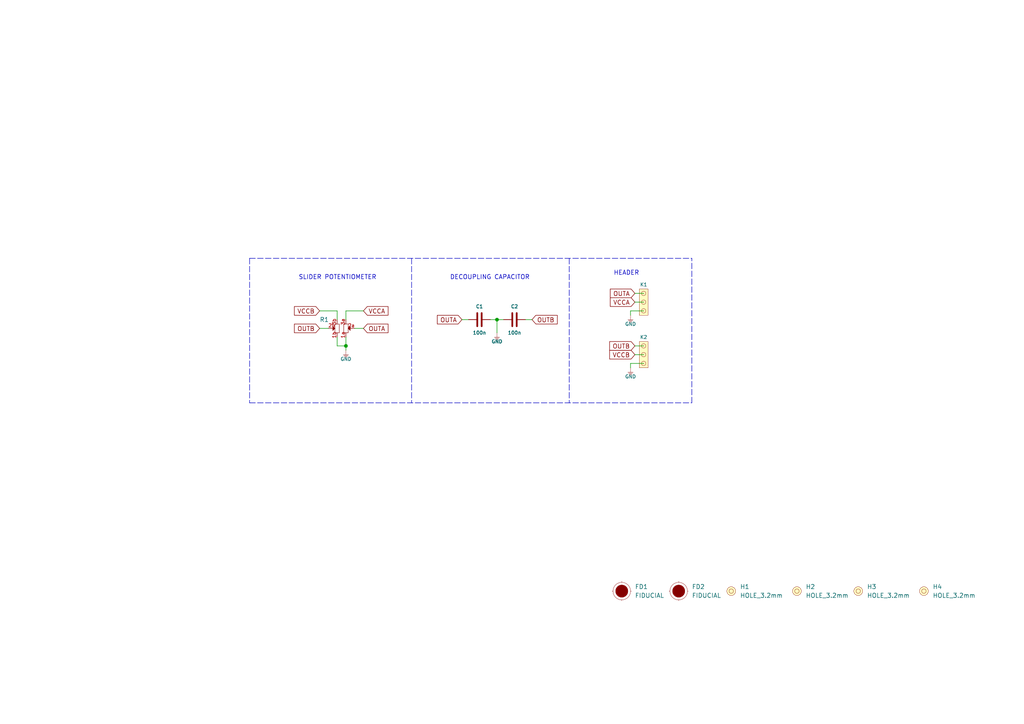
<source format=kicad_sch>
(kicad_sch (version 20211123) (generator eeschema)

  (uuid 527676fd-3c2f-4343-9726-3d90889fd15b)

  (paper "A4")

  (title_block
    (title "Slider potentiometer breakout")
    (date "2021-09-29")
    (rev "V1.1.1.")
    (company "SOLDERED")
    (comment 1 "333130")
  )

  (lib_symbols
    (symbol "e-radionica.com schematics:0603C" (pin_numbers hide) (pin_names (offset 0.002)) (in_bom yes) (on_board yes)
      (property "Reference" "C" (id 0) (at -0.635 3.175 0)
        (effects (font (size 1 1)))
      )
      (property "Value" "0603C" (id 1) (at 0 -3.175 0)
        (effects (font (size 1 1)))
      )
      (property "Footprint" "e-radionica.com footprinti:0603C" (id 2) (at 0 0 0)
        (effects (font (size 1 1)) hide)
      )
      (property "Datasheet" "" (id 3) (at 0 0 0)
        (effects (font (size 1 1)) hide)
      )
      (symbol "0603C_0_1"
        (polyline
          (pts
            (xy -0.635 1.905)
            (xy -0.635 -1.905)
          )
          (stroke (width 0.5) (type default) (color 0 0 0 0))
          (fill (type none))
        )
        (polyline
          (pts
            (xy 0.635 1.905)
            (xy 0.635 -1.905)
          )
          (stroke (width 0.5) (type default) (color 0 0 0 0))
          (fill (type none))
        )
      )
      (symbol "0603C_1_1"
        (pin passive line (at -3.175 0 0) (length 2.54)
          (name "~" (effects (font (size 1.27 1.27))))
          (number "1" (effects (font (size 1.27 1.27))))
        )
        (pin passive line (at 3.175 0 180) (length 2.54)
          (name "~" (effects (font (size 1.27 1.27))))
          (number "2" (effects (font (size 1.27 1.27))))
        )
      )
    )
    (symbol "e-radionica.com schematics:FIDUCIAL" (in_bom no) (on_board yes)
      (property "Reference" "FD" (id 0) (at 0 3.81 0)
        (effects (font (size 1.27 1.27)))
      )
      (property "Value" "FIDUCIAL" (id 1) (at 0 -3.81 0)
        (effects (font (size 1.27 1.27)))
      )
      (property "Footprint" "e-radionica.com footprinti:FIDUCIAL_23" (id 2) (at 0.254 -5.334 0)
        (effects (font (size 1.27 1.27)) hide)
      )
      (property "Datasheet" "" (id 3) (at 0 0 0)
        (effects (font (size 1.27 1.27)) hide)
      )
      (symbol "FIDUCIAL_0_1"
        (polyline
          (pts
            (xy -2.54 0)
            (xy -2.794 0)
          )
          (stroke (width 0.0006) (type default) (color 0 0 0 0))
          (fill (type none))
        )
        (polyline
          (pts
            (xy 0 -2.54)
            (xy 0 -2.794)
          )
          (stroke (width 0.0006) (type default) (color 0 0 0 0))
          (fill (type none))
        )
        (polyline
          (pts
            (xy 0 2.54)
            (xy 0 2.794)
          )
          (stroke (width 0.0006) (type default) (color 0 0 0 0))
          (fill (type none))
        )
        (polyline
          (pts
            (xy 2.54 0)
            (xy 2.794 0)
          )
          (stroke (width 0.0006) (type default) (color 0 0 0 0))
          (fill (type none))
        )
        (circle (center 0 0) (radius 1.7961)
          (stroke (width 0.001) (type default) (color 0 0 0 0))
          (fill (type outline))
        )
        (circle (center 0 0) (radius 2.54)
          (stroke (width 0.0006) (type default) (color 0 0 0 0))
          (fill (type none))
        )
      )
    )
    (symbol "e-radionica.com schematics:GND" (power) (pin_names (offset 0)) (in_bom yes) (on_board yes)
      (property "Reference" "#PWR" (id 0) (at 4.445 0 0)
        (effects (font (size 1 1)) hide)
      )
      (property "Value" "GND" (id 1) (at 0 -2.921 0)
        (effects (font (size 1 1)))
      )
      (property "Footprint" "" (id 2) (at 4.445 3.81 0)
        (effects (font (size 1 1)) hide)
      )
      (property "Datasheet" "" (id 3) (at 4.445 3.81 0)
        (effects (font (size 1 1)) hide)
      )
      (property "ki_keywords" "power-flag" (id 4) (at 0 0 0)
        (effects (font (size 1.27 1.27)) hide)
      )
      (property "ki_description" "Power symbol creates a global label with name \"+3V3\"" (id 5) (at 0 0 0)
        (effects (font (size 1.27 1.27)) hide)
      )
      (symbol "GND_0_1"
        (polyline
          (pts
            (xy -0.762 -1.27)
            (xy 0.762 -1.27)
          )
          (stroke (width 0.0006) (type default) (color 0 0 0 0))
          (fill (type none))
        )
        (polyline
          (pts
            (xy -0.635 -1.524)
            (xy 0.635 -1.524)
          )
          (stroke (width 0.0006) (type default) (color 0 0 0 0))
          (fill (type none))
        )
        (polyline
          (pts
            (xy -0.381 -1.778)
            (xy 0.381 -1.778)
          )
          (stroke (width 0.0006) (type default) (color 0 0 0 0))
          (fill (type none))
        )
        (polyline
          (pts
            (xy -0.127 -2.032)
            (xy 0.127 -2.032)
          )
          (stroke (width 0.0006) (type default) (color 0 0 0 0))
          (fill (type none))
        )
        (polyline
          (pts
            (xy 0 0)
            (xy 0 -1.27)
          )
          (stroke (width 0.0006) (type default) (color 0 0 0 0))
          (fill (type none))
        )
      )
      (symbol "GND_1_1"
        (pin power_in line (at 0 0 270) (length 0) hide
          (name "GND" (effects (font (size 1.27 1.27))))
          (number "1" (effects (font (size 1.27 1.27))))
        )
      )
    )
    (symbol "e-radionica.com schematics:HEADER_MALE_3X1" (pin_numbers hide) (pin_names hide) (in_bom yes) (on_board yes)
      (property "Reference" "K" (id 0) (at -0.635 5.08 0)
        (effects (font (size 1 1)))
      )
      (property "Value" "HEADER_MALE_3X1" (id 1) (at 0 -5.08 0)
        (effects (font (size 1 1)))
      )
      (property "Footprint" "e-radionica.com footprinti:HEADER_MALE_3X1" (id 2) (at 0 -7.62 0)
        (effects (font (size 1 1)) hide)
      )
      (property "Datasheet" "" (id 3) (at 0 -2.54 0)
        (effects (font (size 1 1)) hide)
      )
      (symbol "HEADER_MALE_3X1_0_1"
        (circle (center 0 -2.54) (radius 0.635)
          (stroke (width 0.0006) (type default) (color 0 0 0 0))
          (fill (type none))
        )
        (circle (center 0 0) (radius 0.635)
          (stroke (width 0.0006) (type default) (color 0 0 0 0))
          (fill (type none))
        )
        (circle (center 0 2.54) (radius 0.635)
          (stroke (width 0.0006) (type default) (color 0 0 0 0))
          (fill (type none))
        )
        (rectangle (start 1.27 -3.81) (end -1.27 3.81)
          (stroke (width 0.001) (type default) (color 0 0 0 0))
          (fill (type background))
        )
      )
      (symbol "HEADER_MALE_3X1_1_1"
        (pin passive line (at 0 -2.54 180) (length 0)
          (name "~" (effects (font (size 1 1))))
          (number "1" (effects (font (size 1 1))))
        )
        (pin passive line (at 0 0 180) (length 0)
          (name "~" (effects (font (size 1 1))))
          (number "2" (effects (font (size 1 1))))
        )
        (pin passive line (at 0 2.54 180) (length 0)
          (name "~" (effects (font (size 1 1))))
          (number "3" (effects (font (size 1 1))))
        )
      )
    )
    (symbol "e-radionica.com schematics:HOLE_3.2mm" (pin_numbers hide) (pin_names hide) (in_bom yes) (on_board yes)
      (property "Reference" "H" (id 0) (at 0 2.54 0)
        (effects (font (size 1.27 1.27)))
      )
      (property "Value" "HOLE_3.2mm" (id 1) (at 0 -2.54 0)
        (effects (font (size 1.27 1.27)))
      )
      (property "Footprint" "e-radionica.com footprinti:HOLE_3.2mm" (id 2) (at 0 0 0)
        (effects (font (size 1.27 1.27)) hide)
      )
      (property "Datasheet" "" (id 3) (at 0 0 0)
        (effects (font (size 1.27 1.27)) hide)
      )
      (symbol "HOLE_3.2mm_0_1"
        (circle (center 0 0) (radius 0.635)
          (stroke (width 0.0006) (type default) (color 0 0 0 0))
          (fill (type none))
        )
        (circle (center 0 0) (radius 1.27)
          (stroke (width 0.001) (type default) (color 0 0 0 0))
          (fill (type background))
        )
      )
    )
    (symbol "e-radionica.com schematics:SLIDER_POT" (in_bom yes) (on_board yes)
      (property "Reference" "R" (id 0) (at 0 15.24 0)
        (effects (font (size 1.27 1.27)))
      )
      (property "Value" "SLIDER_POT" (id 1) (at -6.35 -5.08 0)
        (effects (font (size 1.27 1.27)))
      )
      (property "Footprint" "e-radionica.com footprinti:SLIDER_POT" (id 2) (at 0 -1.27 0)
        (effects (font (size 1.27 1.27)) hide)
      )
      (property "Datasheet" "" (id 3) (at 0 -1.27 0)
        (effects (font (size 1.27 1.27)) hide)
      )
      (symbol "SLIDER_POT_0_1"
        (rectangle (start -1.27 -1.905) (end 1.27 -1.9304)
          (stroke (width 0.1) (type default) (color 0 0 0 0))
          (fill (type none))
        )
        (rectangle (start -1.27 -0.635) (end -1.2446 -1.905)
          (stroke (width 0.1) (type default) (color 0 0 0 0))
          (fill (type none))
        )
        (rectangle (start -1.27 -0.635) (end 1.27 -0.6604)
          (stroke (width 0.1) (type default) (color 0 0 0 0))
          (fill (type none))
        )
        (rectangle (start -1.27 0.635) (end -1.2954 1.905)
          (stroke (width 0.1) (type default) (color 0 0 0 0))
          (fill (type none))
        )
        (polyline
          (pts
            (xy 0 -1.905)
            (xy -0.635 -2.54)
            (xy 0.635 -2.54)
            (xy 0 -1.905)
          )
          (stroke (width 0.1) (type default) (color 0 0 0 0))
          (fill (type outline))
        )
        (polyline
          (pts
            (xy 0 1.905)
            (xy 0.635 2.54)
            (xy -0.635 2.54)
            (xy 0 1.905)
          )
          (stroke (width 0.1) (type default) (color 0 0 0 0))
          (fill (type outline))
        )
        (rectangle (start 1.27 -0.635) (end 1.2954 -1.905)
          (stroke (width 0.1) (type default) (color 0 0 0 0))
          (fill (type none))
        )
        (rectangle (start 1.27 0.635) (end -1.27 0.6604)
          (stroke (width 0.1) (type default) (color 0 0 0 0))
          (fill (type none))
        )
        (rectangle (start 1.27 0.635) (end 1.2446 1.905)
          (stroke (width 0.1) (type default) (color 0 0 0 0))
          (fill (type none))
        )
        (rectangle (start 1.27 1.905) (end -1.27 1.9304)
          (stroke (width 0.1) (type default) (color 0 0 0 0))
          (fill (type none))
        )
      )
      (symbol "SLIDER_POT_1_1"
        (pin passive line (at -2.54 -1.27 0) (length 1.27)
          (name "~" (effects (font (size 1.27 1.27))))
          (number "1a" (effects (font (size 1 1))))
        )
        (pin passive line (at -2.54 1.27 0) (length 1.27)
          (name "~" (effects (font (size 1.27 1.27))))
          (number "1b" (effects (font (size 1 1))))
        )
        (pin passive line (at 0 -3.81 90) (length 1.91)
          (name "~" (effects (font (size 1.27 1.27))))
          (number "2a" (effects (font (size 1 1))))
        )
        (pin passive line (at 0 3.81 270) (length 1.91)
          (name "~" (effects (font (size 1.27 1.27))))
          (number "2b" (effects (font (size 1 1))))
        )
        (pin passive line (at 2.54 -1.27 180) (length 1.27)
          (name "~" (effects (font (size 1.27 1.27))))
          (number "3a" (effects (font (size 1 1))))
        )
        (pin passive line (at 2.54 1.27 180) (length 1.27)
          (name "~" (effects (font (size 1.27 1.27))))
          (number "3b" (effects (font (size 1 1))))
        )
      )
    )
  )

  (junction (at 100.33 100.33) (diameter 0.9144) (color 0 0 0 0)
    (uuid 3cd1bda0-18db-417d-b581-a0c50623df68)
  )
  (junction (at 144.145 92.71) (diameter 0.9144) (color 0 0 0 0)
    (uuid d57dcfee-5058-4fc2-a68b-05f9a48f685b)
  )

  (polyline (pts (xy 119.38 74.93) (xy 119.38 116.84))
    (stroke (width 0) (type dash) (color 0 0 0 0))
    (uuid 1d9e86a8-821c-4cdf-af2b-a7ee67ec0d09)
  )

  (wire (pts (xy 102.87 95.25) (xy 105.41 95.25))
    (stroke (width 0) (type solid) (color 0 0 0 0))
    (uuid 1ed4ba86-9ece-4d27-8287-d4766eabebd4)
  )
  (wire (pts (xy 97.79 97.79) (xy 97.79 100.33))
    (stroke (width 0) (type solid) (color 0 0 0 0))
    (uuid 295740fa-3a14-419d-94e0-ed50f5b097fb)
  )
  (wire (pts (xy 97.79 100.33) (xy 100.33 100.33))
    (stroke (width 0) (type solid) (color 0 0 0 0))
    (uuid 295740fa-3a14-419d-94e0-ed50f5b097fc)
  )
  (wire (pts (xy 144.145 92.71) (xy 146.05 92.71))
    (stroke (width 0) (type solid) (color 0 0 0 0))
    (uuid 356d3a15-c4be-451b-81f4-84449685d6cc)
  )
  (wire (pts (xy 92.71 95.25) (xy 95.25 95.25))
    (stroke (width 0) (type solid) (color 0 0 0 0))
    (uuid 4b510ff7-71cb-481e-a401-0e3888196f7f)
  )
  (polyline (pts (xy 165.1 74.93) (xy 165.1 116.84))
    (stroke (width 0) (type dash) (color 0 0 0 0))
    (uuid 4e159c07-4c5c-4516-991c-397794a39dea)
  )

  (wire (pts (xy 152.4 92.71) (xy 154.305 92.71))
    (stroke (width 0) (type solid) (color 0 0 0 0))
    (uuid 5723acfb-27b3-4f0d-a767-eb0f1944e165)
  )
  (polyline (pts (xy 72.39 74.93) (xy 72.39 116.84))
    (stroke (width 0) (type dash) (color 0 0 0 0))
    (uuid 7f6b76cd-ecb2-4dca-b4c2-6f97c3fe7542)
  )
  (polyline (pts (xy 72.39 74.93) (xy 200.66 74.93))
    (stroke (width 0) (type dash) (color 0 0 0 0))
    (uuid 7f6b76cd-ecb2-4dca-b4c2-6f97c3fe7543)
  )
  (polyline (pts (xy 72.39 116.84) (xy 200.66 116.84))
    (stroke (width 0) (type dash) (color 0 0 0 0))
    (uuid 7f6b76cd-ecb2-4dca-b4c2-6f97c3fe7544)
  )
  (polyline (pts (xy 200.66 116.84) (xy 200.66 74.93))
    (stroke (width 0) (type dash) (color 0 0 0 0))
    (uuid 7f6b76cd-ecb2-4dca-b4c2-6f97c3fe7545)
  )

  (wire (pts (xy 184.15 85.09) (xy 186.69 85.09))
    (stroke (width 0) (type solid) (color 0 0 0 0))
    (uuid 86c2cd41-d1f4-45e3-8727-10fee485a66d)
  )
  (wire (pts (xy 184.15 102.87) (xy 186.69 102.87))
    (stroke (width 0) (type solid) (color 0 0 0 0))
    (uuid 98448ff8-d774-4a3a-a8df-0cdd7d1e2829)
  )
  (wire (pts (xy 182.88 105.41) (xy 182.88 106.68))
    (stroke (width 0) (type solid) (color 0 0 0 0))
    (uuid 989b9d96-fae7-4e6f-8465-2ef90b34259d)
  )
  (wire (pts (xy 186.69 105.41) (xy 182.88 105.41))
    (stroke (width 0) (type solid) (color 0 0 0 0))
    (uuid 989b9d96-fae7-4e6f-8465-2ef90b34259e)
  )
  (wire (pts (xy 100.33 97.79) (xy 100.33 100.33))
    (stroke (width 0) (type solid) (color 0 0 0 0))
    (uuid 998c3918-09a1-4943-9ebb-600f2575ca41)
  )
  (wire (pts (xy 100.33 100.33) (xy 100.33 101.6))
    (stroke (width 0) (type solid) (color 0 0 0 0))
    (uuid 998c3918-09a1-4943-9ebb-600f2575ca42)
  )
  (wire (pts (xy 184.15 100.33) (xy 186.69 100.33))
    (stroke (width 0) (type solid) (color 0 0 0 0))
    (uuid a33f1b09-a631-4b1b-a738-b98e6305abf4)
  )
  (wire (pts (xy 184.15 87.63) (xy 186.69 87.63))
    (stroke (width 0) (type solid) (color 0 0 0 0))
    (uuid b5a93532-77e7-47bd-8a92-0ace11eb0e79)
  )
  (wire (pts (xy 142.24 92.71) (xy 144.145 92.71))
    (stroke (width 0) (type solid) (color 0 0 0 0))
    (uuid bcaffc06-a973-4a5a-a7a6-93238d6897cc)
  )
  (wire (pts (xy 144.145 92.71) (xy 144.145 96.52))
    (stroke (width 0) (type solid) (color 0 0 0 0))
    (uuid bcaffc06-a973-4a5a-a7a6-93238d6897cd)
  )
  (wire (pts (xy 133.985 92.71) (xy 135.89 92.71))
    (stroke (width 0) (type solid) (color 0 0 0 0))
    (uuid c25a10a2-afc4-49b4-8f51-979864cb5a9c)
  )
  (wire (pts (xy 92.71 90.17) (xy 97.79 90.17))
    (stroke (width 0) (type solid) (color 0 0 0 0))
    (uuid db5b6c48-0dd4-4b1a-b321-df0796895e25)
  )
  (wire (pts (xy 97.79 90.17) (xy 97.79 92.71))
    (stroke (width 0) (type solid) (color 0 0 0 0))
    (uuid db5b6c48-0dd4-4b1a-b321-df0796895e26)
  )
  (wire (pts (xy 100.33 90.17) (xy 100.33 92.71))
    (stroke (width 0) (type solid) (color 0 0 0 0))
    (uuid f1451f21-f3d3-4080-afef-99a56c1f9eed)
  )
  (wire (pts (xy 105.41 90.17) (xy 100.33 90.17))
    (stroke (width 0) (type solid) (color 0 0 0 0))
    (uuid f1451f21-f3d3-4080-afef-99a56c1f9eee)
  )
  (wire (pts (xy 182.88 90.17) (xy 182.88 91.44))
    (stroke (width 0) (type solid) (color 0 0 0 0))
    (uuid f50a6d99-a7ba-4da6-8725-3fbbdd2f9b3d)
  )
  (wire (pts (xy 186.69 90.17) (xy 182.88 90.17))
    (stroke (width 0) (type solid) (color 0 0 0 0))
    (uuid f50a6d99-a7ba-4da6-8725-3fbbdd2f9b3e)
  )

  (text "DECOUPLING CAPACITOR" (at 153.67 81.28 180)
    (effects (font (size 1.27 1.27)) (justify right bottom))
    (uuid 77fe50d0-23e0-4a9a-b9b1-ef7c1615a73b)
  )
  (text "HEADER" (at 185.42 80.01 180)
    (effects (font (size 1.27 1.27)) (justify right bottom))
    (uuid 781fee8d-da02-4db9-85e8-7cf83f3fc4bf)
  )
  (text "SLIDER POTENTIOMETER" (at 109.22 81.28 180)
    (effects (font (size 1.27 1.27)) (justify right bottom))
    (uuid e86672f8-bb9d-49d9-878a-a9c17a5624eb)
  )

  (global_label "VCCA" (shape input) (at 184.15 87.63 180)
    (effects (font (size 1.27 1.27)) (justify right))
    (uuid 0daf585d-6302-41eb-b9df-9b642ed5b69e)
    (property "Intersheet References" "${INTERSHEET_REFS}" (id 0) (at 175.4958 87.7094 0)
      (effects (font (size 1.27 1.27)) (justify right) hide)
    )
  )
  (global_label "OUTB" (shape input) (at 92.71 95.25 180)
    (effects (font (size 1.27 1.27)) (justify right))
    (uuid 48d8fd05-a293-4463-b8b6-e4155edfae34)
    (property "Intersheet References" "${INTERSHEET_REFS}" (id 0) (at 83.8743 95.1706 0)
      (effects (font (size 1.27 1.27)) (justify right) hide)
    )
  )
  (global_label "VCCB" (shape input) (at 184.15 102.87 180)
    (effects (font (size 1.27 1.27)) (justify right))
    (uuid 5a7404bd-3818-484f-b03a-e4bbb2bb9da9)
    (property "Intersheet References" "${INTERSHEET_REFS}" (id 0) (at 175.3143 102.7906 0)
      (effects (font (size 1.27 1.27)) (justify right) hide)
    )
  )
  (global_label "VCCA" (shape input) (at 105.41 90.17 0)
    (effects (font (size 1.27 1.27)) (justify left))
    (uuid 5bb4bc90-921e-4aed-b647-e3fc4d5d5a8d)
    (property "Intersheet References" "${INTERSHEET_REFS}" (id 0) (at 114.0642 90.0906 0)
      (effects (font (size 1.27 1.27)) (justify left) hide)
    )
  )
  (global_label "OUTA" (shape input) (at 184.15 85.09 180)
    (effects (font (size 1.27 1.27)) (justify right))
    (uuid 754f917a-22d6-493b-af1f-f997bb2b6389)
    (property "Intersheet References" "${INTERSHEET_REFS}" (id 0) (at 175.4958 85.1694 0)
      (effects (font (size 1.27 1.27)) (justify right) hide)
    )
  )
  (global_label "VCCB" (shape input) (at 92.71 90.17 180)
    (effects (font (size 1.27 1.27)) (justify right))
    (uuid a8d99bda-9493-44ce-a23d-3e696f55cd9f)
    (property "Intersheet References" "${INTERSHEET_REFS}" (id 0) (at 83.8743 90.0906 0)
      (effects (font (size 1.27 1.27)) (justify right) hide)
    )
  )
  (global_label "OUTB" (shape input) (at 184.15 100.33 180)
    (effects (font (size 1.27 1.27)) (justify right))
    (uuid bc7edf93-7fa7-4f5b-beb5-c769acbea5c3)
    (property "Intersheet References" "${INTERSHEET_REFS}" (id 0) (at 175.3143 100.2506 0)
      (effects (font (size 1.27 1.27)) (justify right) hide)
    )
  )
  (global_label "OUTA" (shape input) (at 105.41 95.25 0)
    (effects (font (size 1.27 1.27)) (justify left))
    (uuid bf098a36-b56f-4aae-8b40-3bb803ca772e)
    (property "Intersheet References" "${INTERSHEET_REFS}" (id 0) (at 114.0642 95.1706 0)
      (effects (font (size 1.27 1.27)) (justify left) hide)
    )
  )
  (global_label "OUTB" (shape input) (at 154.305 92.71 0)
    (effects (font (size 1.27 1.27)) (justify left))
    (uuid e7340fc8-9cfc-4e76-822b-67daaec8e2e1)
    (property "Intersheet References" "${INTERSHEET_REFS}" (id 0) (at 163.1407 92.7894 0)
      (effects (font (size 1.27 1.27)) (justify left) hide)
    )
  )
  (global_label "OUTA" (shape input) (at 133.985 92.71 180)
    (effects (font (size 1.27 1.27)) (justify right))
    (uuid f90ce0e2-aa94-40b8-b85a-269432acf4d1)
    (property "Intersheet References" "${INTERSHEET_REFS}" (id 0) (at 125.3308 92.7894 0)
      (effects (font (size 1.27 1.27)) (justify right) hide)
    )
  )

  (symbol (lib_id "e-radionica.com schematics:SLIDER_POT") (at 99.06 95.25 90) (unit 1)
    (in_bom yes) (on_board yes)
    (uuid 0adf435c-972e-4e76-8e12-caa0f14f91fb)
    (property "Reference" "R1" (id 0) (at 92.71 92.71 90)
      (effects (font (size 1.27 1.27)) (justify right))
    )
    (property "Value" "SLIDER_POT" (id 1) (at 93.98 100.33 90)
      (effects (font (size 1.27 1.27)) (justify right) hide)
    )
    (property "Footprint" "e-radionica.com footprinti:SLIDER_POT" (id 2) (at 100.33 95.25 0)
      (effects (font (size 1.27 1.27)) hide)
    )
    (property "Datasheet" "" (id 3) (at 100.33 95.25 0)
      (effects (font (size 1.27 1.27)) hide)
    )
    (pin "1a" (uuid 252a4dd3-b5cc-4fae-9229-0b8479992b6c))
    (pin "1b" (uuid 04416edd-c787-4300-90c5-a49413524eff))
    (pin "2a" (uuid 8b91b5f3-4b52-44f8-a969-bdb1f37265bd))
    (pin "2b" (uuid 4b82b447-3346-41f7-8dd4-c14236a0b5bd))
    (pin "3a" (uuid dc9a2f87-28ae-4d35-8077-046572362fd6))
    (pin "3b" (uuid e0b886a2-2b4d-46e0-89de-817cb26246c4))
  )

  (symbol (lib_id "e-radionica.com schematics:HEADER_MALE_3X1") (at 186.69 87.63 0) (unit 1)
    (in_bom yes) (on_board yes)
    (uuid 0d4a9c2d-161b-4c06-ad87-3ac065e36d0a)
    (property "Reference" "K1" (id 0) (at 186.69 82.55 0)
      (effects (font (size 1 1)))
    )
    (property "Value" "HEADER_MALE_3X1" (id 1) (at 186.69 92.71 0)
      (effects (font (size 1 1)) hide)
    )
    (property "Footprint" "e-radionica.com footprinti:HEADER_MALE_3X1" (id 2) (at 186.69 95.25 0)
      (effects (font (size 1 1)) hide)
    )
    (property "Datasheet" "" (id 3) (at 186.69 90.17 0)
      (effects (font (size 1 1)) hide)
    )
    (pin "1" (uuid d61a20cc-271e-4250-9bd9-49adb70cbaa2))
    (pin "2" (uuid c1058602-6cd0-439d-af86-38866f336951))
    (pin "3" (uuid c7dc46f5-9dac-404b-8903-0a236b7a3242))
  )

  (symbol (lib_id "e-radionica.com schematics:GND") (at 100.33 101.6 0) (unit 1)
    (in_bom yes) (on_board yes)
    (uuid 2fa0f098-9712-49ac-8a5d-5ed735c41b41)
    (property "Reference" "#PWR0101" (id 0) (at 104.775 101.6 0)
      (effects (font (size 1 1)) hide)
    )
    (property "Value" "GND" (id 1) (at 100.33 104.14 0)
      (effects (font (size 1 1)))
    )
    (property "Footprint" "" (id 2) (at 104.775 97.79 0)
      (effects (font (size 1 1)) hide)
    )
    (property "Datasheet" "" (id 3) (at 104.775 97.79 0)
      (effects (font (size 1 1)) hide)
    )
    (pin "1" (uuid caa702ce-18df-443e-8154-ffb2c18ae17f))
  )

  (symbol (lib_id "e-radionica.com schematics:HOLE_3.2mm") (at 267.97 171.45 0) (unit 1)
    (in_bom yes) (on_board yes)
    (uuid 491336c2-e4ef-42be-a5bd-88b1b318f859)
    (property "Reference" "H4" (id 0) (at 270.51 170.18 0)
      (effects (font (size 1.27 1.27)) (justify left))
    )
    (property "Value" "HOLE_3.2mm" (id 1) (at 270.51 172.72 0)
      (effects (font (size 1.27 1.27)) (justify left))
    )
    (property "Footprint" "e-radionica.com footprinti:HOLE_3.2mm" (id 2) (at 267.97 171.45 0)
      (effects (font (size 1.27 1.27)) hide)
    )
    (property "Datasheet" "" (id 3) (at 267.97 171.45 0)
      (effects (font (size 1.27 1.27)) hide)
    )
  )

  (symbol (lib_id "e-radionica.com schematics:FIDUCIAL") (at 180.34 171.45 0) (unit 1)
    (in_bom no) (on_board yes) (fields_autoplaced)
    (uuid 54a48280-3007-4b7c-b02e-beadceeb8d8d)
    (property "Reference" "FD1" (id 0) (at 184.15 170.1799 0)
      (effects (font (size 1.27 1.27)) (justify left))
    )
    (property "Value" "FIDUCIAL" (id 1) (at 184.15 172.7199 0)
      (effects (font (size 1.27 1.27)) (justify left))
    )
    (property "Footprint" "e-radionica.com footprinti:FIDUCIAL_23" (id 2) (at 180.594 176.784 0)
      (effects (font (size 1.27 1.27)) hide)
    )
    (property "Datasheet" "" (id 3) (at 180.34 171.45 0)
      (effects (font (size 1.27 1.27)) hide)
    )
  )

  (symbol (lib_id "e-radionica.com schematics:GND") (at 182.88 91.44 0) (unit 1)
    (in_bom yes) (on_board yes)
    (uuid 81eabfe6-5f41-4e0f-9173-b740a159ac05)
    (property "Reference" "#PWR0102" (id 0) (at 187.325 91.44 0)
      (effects (font (size 1 1)) hide)
    )
    (property "Value" "GND" (id 1) (at 182.88 93.98 0)
      (effects (font (size 1 1)))
    )
    (property "Footprint" "" (id 2) (at 187.325 87.63 0)
      (effects (font (size 1 1)) hide)
    )
    (property "Datasheet" "" (id 3) (at 187.325 87.63 0)
      (effects (font (size 1 1)) hide)
    )
    (pin "1" (uuid caa702ce-18df-443e-8154-ffb2c18ae181))
  )

  (symbol (lib_id "e-radionica.com schematics:HOLE_3.2mm") (at 212.09 171.45 0) (unit 1)
    (in_bom yes) (on_board yes)
    (uuid 83363d19-67b3-428b-b250-f68ca8a06b14)
    (property "Reference" "H1" (id 0) (at 214.63 170.18 0)
      (effects (font (size 1.27 1.27)) (justify left))
    )
    (property "Value" "HOLE_3.2mm" (id 1) (at 214.63 172.72 0)
      (effects (font (size 1.27 1.27)) (justify left))
    )
    (property "Footprint" "e-radionica.com footprinti:HOLE_3.2mm" (id 2) (at 212.09 171.45 0)
      (effects (font (size 1.27 1.27)) hide)
    )
    (property "Datasheet" "" (id 3) (at 212.09 171.45 0)
      (effects (font (size 1.27 1.27)) hide)
    )
  )

  (symbol (lib_id "e-radionica.com schematics:FIDUCIAL") (at 196.85 171.45 0) (unit 1)
    (in_bom no) (on_board yes) (fields_autoplaced)
    (uuid 9aee32fa-a110-47bc-a662-a2ab1bf9ffce)
    (property "Reference" "FD2" (id 0) (at 200.66 170.1799 0)
      (effects (font (size 1.27 1.27)) (justify left))
    )
    (property "Value" "FIDUCIAL" (id 1) (at 200.66 172.7199 0)
      (effects (font (size 1.27 1.27)) (justify left))
    )
    (property "Footprint" "e-radionica.com footprinti:FIDUCIAL_23" (id 2) (at 197.104 176.784 0)
      (effects (font (size 1.27 1.27)) hide)
    )
    (property "Datasheet" "" (id 3) (at 196.85 171.45 0)
      (effects (font (size 1.27 1.27)) hide)
    )
  )

  (symbol (lib_id "e-radionica.com schematics:HEADER_MALE_3X1") (at 186.69 102.87 0) (unit 1)
    (in_bom yes) (on_board yes)
    (uuid b5aab911-1393-4629-8fa9-ed84079e3b2b)
    (property "Reference" "K2" (id 0) (at 186.69 97.79 0)
      (effects (font (size 1 1)))
    )
    (property "Value" "HEADER_MALE_3X1" (id 1) (at 186.69 107.95 0)
      (effects (font (size 1 1)) hide)
    )
    (property "Footprint" "e-radionica.com footprinti:HEADER_MALE_3X1" (id 2) (at 186.69 110.49 0)
      (effects (font (size 1 1)) hide)
    )
    (property "Datasheet" "" (id 3) (at 186.69 105.41 0)
      (effects (font (size 1 1)) hide)
    )
    (pin "1" (uuid d61a20cc-271e-4250-9bd9-49adb70cbaa3))
    (pin "2" (uuid c1058602-6cd0-439d-af86-38866f336952))
    (pin "3" (uuid c7dc46f5-9dac-404b-8903-0a236b7a3243))
  )

  (symbol (lib_id "e-radionica.com schematics:HOLE_3.2mm") (at 231.14 171.45 0) (unit 1)
    (in_bom yes) (on_board yes)
    (uuid c68d81e5-c449-4e6a-a4e7-7903c20ddfe0)
    (property "Reference" "H2" (id 0) (at 233.68 170.18 0)
      (effects (font (size 1.27 1.27)) (justify left))
    )
    (property "Value" "HOLE_3.2mm" (id 1) (at 233.68 172.72 0)
      (effects (font (size 1.27 1.27)) (justify left))
    )
    (property "Footprint" "e-radionica.com footprinti:HOLE_3.2mm" (id 2) (at 231.14 171.45 0)
      (effects (font (size 1.27 1.27)) hide)
    )
    (property "Datasheet" "" (id 3) (at 231.14 171.45 0)
      (effects (font (size 1.27 1.27)) hide)
    )
  )

  (symbol (lib_id "e-radionica.com schematics:HOLE_3.2mm") (at 248.92 171.45 0) (unit 1)
    (in_bom yes) (on_board yes)
    (uuid c7a40576-c12d-4cbf-ab71-a3ac9aa67107)
    (property "Reference" "H3" (id 0) (at 251.46 170.18 0)
      (effects (font (size 1.27 1.27)) (justify left))
    )
    (property "Value" "HOLE_3.2mm" (id 1) (at 251.46 172.72 0)
      (effects (font (size 1.27 1.27)) (justify left))
    )
    (property "Footprint" "e-radionica.com footprinti:HOLE_3.2mm" (id 2) (at 248.92 171.45 0)
      (effects (font (size 1.27 1.27)) hide)
    )
    (property "Datasheet" "" (id 3) (at 248.92 171.45 0)
      (effects (font (size 1.27 1.27)) hide)
    )
  )

  (symbol (lib_id "e-radionica.com schematics:GND") (at 144.145 96.52 0) (unit 1)
    (in_bom yes) (on_board yes)
    (uuid c866bda7-ac3e-409c-b537-4f8afe6051cc)
    (property "Reference" "#PWR0103" (id 0) (at 148.59 96.52 0)
      (effects (font (size 1 1)) hide)
    )
    (property "Value" "GND" (id 1) (at 144.145 99.06 0)
      (effects (font (size 1 1)))
    )
    (property "Footprint" "" (id 2) (at 148.59 92.71 0)
      (effects (font (size 1 1)) hide)
    )
    (property "Datasheet" "" (id 3) (at 148.59 92.71 0)
      (effects (font (size 1 1)) hide)
    )
    (pin "1" (uuid caa702ce-18df-443e-8154-ffb2c18ae180))
  )

  (symbol (lib_id "e-radionica.com schematics:GND") (at 182.88 106.68 0) (unit 1)
    (in_bom yes) (on_board yes)
    (uuid d2a6a4b8-b3fe-4056-a8d5-a5db7420f75a)
    (property "Reference" "#PWR0104" (id 0) (at 187.325 106.68 0)
      (effects (font (size 1 1)) hide)
    )
    (property "Value" "GND" (id 1) (at 182.88 109.22 0)
      (effects (font (size 1 1)))
    )
    (property "Footprint" "" (id 2) (at 187.325 102.87 0)
      (effects (font (size 1 1)) hide)
    )
    (property "Datasheet" "" (id 3) (at 187.325 102.87 0)
      (effects (font (size 1 1)) hide)
    )
    (pin "1" (uuid caa702ce-18df-443e-8154-ffb2c18ae182))
  )

  (symbol (lib_id "e-radionica.com schematics:0603C") (at 139.065 92.71 0) (unit 1)
    (in_bom yes) (on_board yes)
    (uuid d3784219-5a7a-4077-99ec-35bef29ac107)
    (property "Reference" "C1" (id 0) (at 139.065 88.9 0)
      (effects (font (size 1 1)))
    )
    (property "Value" "100n" (id 1) (at 139.065 96.52 0)
      (effects (font (size 1 1)))
    )
    (property "Footprint" "e-radionica.com footprinti:0603C" (id 2) (at 139.065 92.71 0)
      (effects (font (size 1 1)) hide)
    )
    (property "Datasheet" "" (id 3) (at 139.065 92.71 0)
      (effects (font (size 1 1)) hide)
    )
    (pin "1" (uuid 76a45c77-0d8a-4fff-8537-3792ce54ed0d))
    (pin "2" (uuid a1e91455-a5e0-486c-9223-94a138f1bb39))
  )

  (symbol (lib_id "e-radionica.com schematics:0603C") (at 149.225 92.71 0) (unit 1)
    (in_bom yes) (on_board yes)
    (uuid d3cb11ba-6954-47f1-82a4-cbea3d63d090)
    (property "Reference" "C2" (id 0) (at 149.225 88.9 0)
      (effects (font (size 1 1)))
    )
    (property "Value" "100n" (id 1) (at 149.225 96.52 0)
      (effects (font (size 1 1)))
    )
    (property "Footprint" "e-radionica.com footprinti:0603C" (id 2) (at 149.225 92.71 0)
      (effects (font (size 1 1)) hide)
    )
    (property "Datasheet" "" (id 3) (at 149.225 92.71 0)
      (effects (font (size 1 1)) hide)
    )
    (pin "1" (uuid f15989ce-dcbf-46c8-8224-d6a1e0aedd05))
    (pin "2" (uuid 8b95e9ec-dad1-46d1-8af8-461a5d33be5a))
  )

  (sheet_instances
    (path "/" (page "1"))
  )

  (symbol_instances
    (path "/2fa0f098-9712-49ac-8a5d-5ed735c41b41"
      (reference "#PWR0101") (unit 1) (value "GND") (footprint "")
    )
    (path "/81eabfe6-5f41-4e0f-9173-b740a159ac05"
      (reference "#PWR0102") (unit 1) (value "GND") (footprint "")
    )
    (path "/c866bda7-ac3e-409c-b537-4f8afe6051cc"
      (reference "#PWR0103") (unit 1) (value "GND") (footprint "")
    )
    (path "/d2a6a4b8-b3fe-4056-a8d5-a5db7420f75a"
      (reference "#PWR0104") (unit 1) (value "GND") (footprint "")
    )
    (path "/d3784219-5a7a-4077-99ec-35bef29ac107"
      (reference "C1") (unit 1) (value "100n") (footprint "e-radionica.com footprinti:0603C")
    )
    (path "/d3cb11ba-6954-47f1-82a4-cbea3d63d090"
      (reference "C2") (unit 1) (value "100n") (footprint "e-radionica.com footprinti:0603C")
    )
    (path "/54a48280-3007-4b7c-b02e-beadceeb8d8d"
      (reference "FD1") (unit 1) (value "FIDUCIAL") (footprint "e-radionica.com footprinti:FIDUCIAL_23")
    )
    (path "/9aee32fa-a110-47bc-a662-a2ab1bf9ffce"
      (reference "FD2") (unit 1) (value "FIDUCIAL") (footprint "e-radionica.com footprinti:FIDUCIAL_23")
    )
    (path "/83363d19-67b3-428b-b250-f68ca8a06b14"
      (reference "H1") (unit 1) (value "HOLE_3.2mm") (footprint "e-radionica.com footprinti:HOLE_3.2mm")
    )
    (path "/c68d81e5-c449-4e6a-a4e7-7903c20ddfe0"
      (reference "H2") (unit 1) (value "HOLE_3.2mm") (footprint "e-radionica.com footprinti:HOLE_3.2mm")
    )
    (path "/c7a40576-c12d-4cbf-ab71-a3ac9aa67107"
      (reference "H3") (unit 1) (value "HOLE_3.2mm") (footprint "e-radionica.com footprinti:HOLE_3.2mm")
    )
    (path "/491336c2-e4ef-42be-a5bd-88b1b318f859"
      (reference "H4") (unit 1) (value "HOLE_3.2mm") (footprint "e-radionica.com footprinti:HOLE_3.2mm")
    )
    (path "/0d4a9c2d-161b-4c06-ad87-3ac065e36d0a"
      (reference "K1") (unit 1) (value "HEADER_MALE_3X1") (footprint "e-radionica.com footprinti:HEADER_MALE_3X1")
    )
    (path "/b5aab911-1393-4629-8fa9-ed84079e3b2b"
      (reference "K2") (unit 1) (value "HEADER_MALE_3X1") (footprint "e-radionica.com footprinti:HEADER_MALE_3X1")
    )
    (path "/0adf435c-972e-4e76-8e12-caa0f14f91fb"
      (reference "R1") (unit 1) (value "SLIDER_POT") (footprint "e-radionica.com footprinti:SLIDER_POT")
    )
  )
)

</source>
